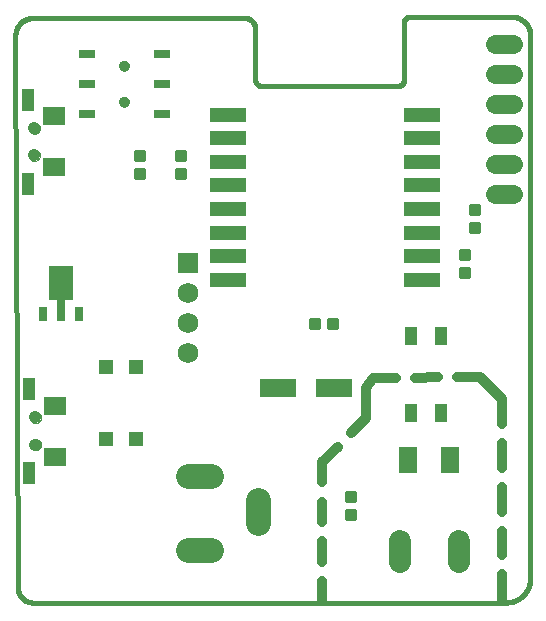
<source format=gts>
G75*
%MOIN*%
%OFA0B0*%
%FSLAX25Y25*%
%IPPOS*%
%LPD*%
%AMOC8*
5,1,8,0,0,1.08239X$1,22.5*
%
%ADD10C,0.03200*%
%ADD11C,0.01600*%
%ADD12R,0.12211X0.05124*%
%ADD13C,0.06400*%
%ADD14R,0.12211X0.05912*%
%ADD15R,0.03156X0.04731*%
%ADD16R,0.08274X0.11424*%
%ADD17R,0.02900X0.05400*%
%ADD18C,0.07450*%
%ADD19R,0.06306X0.08668*%
%ADD20R,0.05124X0.05124*%
%ADD21C,0.08274*%
%ADD22C,0.00975*%
%ADD23R,0.05400X0.02900*%
%ADD24C,0.00000*%
%ADD25C,0.03600*%
%ADD26R,0.03900X0.06101*%
%ADD27R,0.07400X0.05900*%
%ADD28R,0.04400X0.07400*%
%ADD29C,0.04140*%
%ADD30R,0.06900X0.06900*%
%ADD31C,0.06900*%
D10*
X0115973Y0044645D02*
X0115973Y0051459D01*
X0115973Y0057859D02*
X0115973Y0064673D01*
X0115973Y0071073D02*
X0115973Y0077887D01*
X0115973Y0084287D02*
X0115973Y0091102D01*
X0120994Y0096122D01*
X0125519Y0100648D02*
X0130540Y0105669D01*
X0130540Y0115905D01*
X0132902Y0119054D01*
X0140447Y0119138D01*
X0146847Y0119209D02*
X0154391Y0119293D01*
X0160791Y0119364D02*
X0168335Y0119448D01*
X0175816Y0111968D01*
X0175816Y0103781D01*
X0175816Y0097381D02*
X0175816Y0089194D01*
X0175816Y0082794D02*
X0175816Y0074606D01*
X0175816Y0068206D02*
X0175816Y0060019D01*
X0175816Y0053619D02*
X0175816Y0045432D01*
D11*
X0176997Y0044251D02*
X0019517Y0044251D01*
X0019376Y0044253D01*
X0019235Y0044259D01*
X0019094Y0044268D01*
X0018954Y0044282D01*
X0018814Y0044300D01*
X0018675Y0044321D01*
X0018536Y0044346D01*
X0018398Y0044375D01*
X0018261Y0044408D01*
X0018124Y0044444D01*
X0017989Y0044484D01*
X0017855Y0044528D01*
X0017722Y0044576D01*
X0017591Y0044627D01*
X0017461Y0044682D01*
X0017333Y0044741D01*
X0017206Y0044802D01*
X0017081Y0044868D01*
X0016958Y0044937D01*
X0016837Y0045009D01*
X0016718Y0045084D01*
X0016601Y0045163D01*
X0016486Y0045245D01*
X0016373Y0045330D01*
X0016263Y0045418D01*
X0016156Y0045509D01*
X0016051Y0045604D01*
X0015948Y0045701D01*
X0015849Y0045800D01*
X0015752Y0045903D01*
X0015657Y0046008D01*
X0015566Y0046115D01*
X0015478Y0046225D01*
X0015393Y0046338D01*
X0015311Y0046453D01*
X0015232Y0046570D01*
X0015157Y0046689D01*
X0015085Y0046810D01*
X0015016Y0046933D01*
X0014950Y0047058D01*
X0014889Y0047185D01*
X0014830Y0047313D01*
X0014775Y0047443D01*
X0014724Y0047574D01*
X0014676Y0047707D01*
X0014632Y0047841D01*
X0014592Y0047976D01*
X0014556Y0048113D01*
X0014523Y0048250D01*
X0014494Y0048388D01*
X0014469Y0048527D01*
X0014448Y0048666D01*
X0014430Y0048806D01*
X0014416Y0048946D01*
X0014407Y0049087D01*
X0014401Y0049228D01*
X0014399Y0049369D01*
X0014398Y0049369D02*
X0013611Y0233228D01*
X0013613Y0233380D01*
X0013619Y0233532D01*
X0013629Y0233684D01*
X0013642Y0233835D01*
X0013660Y0233986D01*
X0013681Y0234137D01*
X0013707Y0234287D01*
X0013736Y0234436D01*
X0013769Y0234585D01*
X0013806Y0234732D01*
X0013846Y0234879D01*
X0013891Y0235024D01*
X0013939Y0235168D01*
X0013991Y0235311D01*
X0014046Y0235453D01*
X0014105Y0235593D01*
X0014168Y0235732D01*
X0014234Y0235869D01*
X0014304Y0236004D01*
X0014377Y0236137D01*
X0014454Y0236268D01*
X0014534Y0236398D01*
X0014617Y0236525D01*
X0014703Y0236650D01*
X0014793Y0236773D01*
X0014886Y0236893D01*
X0014982Y0237011D01*
X0015081Y0237127D01*
X0015183Y0237240D01*
X0015287Y0237350D01*
X0015395Y0237458D01*
X0015505Y0237562D01*
X0015618Y0237664D01*
X0015734Y0237763D01*
X0015852Y0237859D01*
X0015972Y0237952D01*
X0016095Y0238042D01*
X0016220Y0238128D01*
X0016347Y0238211D01*
X0016477Y0238291D01*
X0016608Y0238368D01*
X0016741Y0238441D01*
X0016876Y0238511D01*
X0017013Y0238577D01*
X0017152Y0238640D01*
X0017292Y0238699D01*
X0017434Y0238754D01*
X0017577Y0238806D01*
X0017721Y0238854D01*
X0017866Y0238899D01*
X0018013Y0238939D01*
X0018160Y0238976D01*
X0018309Y0239009D01*
X0018458Y0239038D01*
X0018608Y0239064D01*
X0018759Y0239085D01*
X0018910Y0239103D01*
X0019061Y0239116D01*
X0019213Y0239126D01*
X0019365Y0239132D01*
X0019517Y0239134D01*
X0019517Y0239133D02*
X0089989Y0239133D01*
X0090105Y0239131D01*
X0090221Y0239125D01*
X0090336Y0239116D01*
X0090451Y0239103D01*
X0090566Y0239086D01*
X0090680Y0239065D01*
X0090794Y0239040D01*
X0090906Y0239012D01*
X0091017Y0238980D01*
X0091128Y0238945D01*
X0091237Y0238906D01*
X0091345Y0238863D01*
X0091451Y0238817D01*
X0091556Y0238768D01*
X0091659Y0238715D01*
X0091761Y0238658D01*
X0091860Y0238599D01*
X0091957Y0238536D01*
X0092053Y0238470D01*
X0092146Y0238401D01*
X0092237Y0238329D01*
X0092325Y0238254D01*
X0092411Y0238176D01*
X0092494Y0238095D01*
X0092575Y0238012D01*
X0092653Y0237926D01*
X0092728Y0237838D01*
X0092800Y0237747D01*
X0092869Y0237654D01*
X0092935Y0237558D01*
X0092998Y0237461D01*
X0093057Y0237362D01*
X0093114Y0237260D01*
X0093167Y0237157D01*
X0093216Y0237052D01*
X0093262Y0236946D01*
X0093305Y0236838D01*
X0093344Y0236729D01*
X0093379Y0236618D01*
X0093411Y0236507D01*
X0093439Y0236395D01*
X0093464Y0236281D01*
X0093485Y0236167D01*
X0093502Y0236052D01*
X0093515Y0235937D01*
X0093524Y0235822D01*
X0093530Y0235706D01*
X0093532Y0235590D01*
X0093532Y0218661D01*
X0093534Y0218566D01*
X0093540Y0218471D01*
X0093549Y0218376D01*
X0093563Y0218282D01*
X0093580Y0218189D01*
X0093601Y0218096D01*
X0093625Y0218004D01*
X0093654Y0217913D01*
X0093685Y0217823D01*
X0093721Y0217735D01*
X0093760Y0217648D01*
X0093803Y0217563D01*
X0093848Y0217480D01*
X0093898Y0217399D01*
X0093950Y0217319D01*
X0094006Y0217242D01*
X0094064Y0217167D01*
X0094126Y0217095D01*
X0094191Y0217025D01*
X0094258Y0216958D01*
X0094328Y0216893D01*
X0094400Y0216831D01*
X0094475Y0216773D01*
X0094552Y0216717D01*
X0094632Y0216665D01*
X0094713Y0216615D01*
X0094796Y0216570D01*
X0094881Y0216527D01*
X0094968Y0216488D01*
X0095056Y0216452D01*
X0095146Y0216421D01*
X0095237Y0216392D01*
X0095329Y0216368D01*
X0095422Y0216347D01*
X0095515Y0216330D01*
X0095609Y0216316D01*
X0095704Y0216307D01*
X0095799Y0216301D01*
X0095894Y0216299D01*
X0095894Y0216298D02*
X0140776Y0216298D01*
X0140776Y0216299D02*
X0140871Y0216301D01*
X0140966Y0216307D01*
X0141061Y0216316D01*
X0141155Y0216330D01*
X0141248Y0216347D01*
X0141341Y0216368D01*
X0141433Y0216392D01*
X0141524Y0216421D01*
X0141614Y0216452D01*
X0141702Y0216488D01*
X0141789Y0216527D01*
X0141874Y0216570D01*
X0141957Y0216615D01*
X0142038Y0216665D01*
X0142118Y0216717D01*
X0142195Y0216773D01*
X0142270Y0216831D01*
X0142342Y0216893D01*
X0142412Y0216958D01*
X0142479Y0217025D01*
X0142544Y0217095D01*
X0142606Y0217167D01*
X0142664Y0217242D01*
X0142720Y0217319D01*
X0142772Y0217399D01*
X0142822Y0217480D01*
X0142867Y0217563D01*
X0142910Y0217648D01*
X0142949Y0217735D01*
X0142985Y0217823D01*
X0143016Y0217913D01*
X0143045Y0218004D01*
X0143069Y0218096D01*
X0143090Y0218189D01*
X0143107Y0218282D01*
X0143121Y0218376D01*
X0143130Y0218471D01*
X0143136Y0218566D01*
X0143138Y0218661D01*
X0143139Y0218661D02*
X0143139Y0237558D01*
X0143138Y0237558D02*
X0143140Y0237644D01*
X0143145Y0237730D01*
X0143155Y0237815D01*
X0143168Y0237900D01*
X0143185Y0237984D01*
X0143205Y0238068D01*
X0143229Y0238150D01*
X0143257Y0238231D01*
X0143288Y0238312D01*
X0143322Y0238390D01*
X0143360Y0238467D01*
X0143402Y0238543D01*
X0143446Y0238616D01*
X0143494Y0238687D01*
X0143545Y0238757D01*
X0143599Y0238824D01*
X0143655Y0238888D01*
X0143715Y0238950D01*
X0143777Y0239010D01*
X0143841Y0239066D01*
X0143908Y0239120D01*
X0143978Y0239171D01*
X0144049Y0239219D01*
X0144123Y0239263D01*
X0144198Y0239305D01*
X0144275Y0239343D01*
X0144353Y0239377D01*
X0144434Y0239408D01*
X0144515Y0239436D01*
X0144597Y0239460D01*
X0144681Y0239480D01*
X0144765Y0239497D01*
X0144850Y0239510D01*
X0144935Y0239520D01*
X0145021Y0239525D01*
X0145107Y0239527D01*
X0178965Y0239527D01*
X0179122Y0239525D01*
X0179279Y0239519D01*
X0179436Y0239509D01*
X0179592Y0239496D01*
X0179748Y0239478D01*
X0179904Y0239457D01*
X0180059Y0239431D01*
X0180213Y0239402D01*
X0180367Y0239369D01*
X0180519Y0239332D01*
X0180671Y0239292D01*
X0180822Y0239247D01*
X0180971Y0239199D01*
X0181119Y0239147D01*
X0181266Y0239092D01*
X0181412Y0239032D01*
X0181556Y0238970D01*
X0181698Y0238903D01*
X0181839Y0238833D01*
X0181978Y0238760D01*
X0182115Y0238683D01*
X0182250Y0238603D01*
X0182382Y0238519D01*
X0182513Y0238432D01*
X0182642Y0238342D01*
X0182768Y0238249D01*
X0182892Y0238153D01*
X0183014Y0238053D01*
X0183133Y0237951D01*
X0183249Y0237845D01*
X0183363Y0237737D01*
X0183474Y0237626D01*
X0183582Y0237512D01*
X0183688Y0237396D01*
X0183790Y0237277D01*
X0183890Y0237155D01*
X0183986Y0237031D01*
X0184079Y0236905D01*
X0184169Y0236776D01*
X0184256Y0236645D01*
X0184340Y0236513D01*
X0184420Y0236378D01*
X0184497Y0236241D01*
X0184570Y0236102D01*
X0184640Y0235961D01*
X0184707Y0235819D01*
X0184769Y0235675D01*
X0184829Y0235529D01*
X0184884Y0235382D01*
X0184936Y0235234D01*
X0184984Y0235085D01*
X0185029Y0234934D01*
X0185069Y0234782D01*
X0185106Y0234630D01*
X0185139Y0234476D01*
X0185168Y0234322D01*
X0185194Y0234167D01*
X0185215Y0234011D01*
X0185233Y0233855D01*
X0185246Y0233699D01*
X0185256Y0233542D01*
X0185262Y0233385D01*
X0185264Y0233228D01*
X0185265Y0233228D02*
X0185265Y0052519D01*
X0185263Y0052319D01*
X0185255Y0052120D01*
X0185243Y0051920D01*
X0185226Y0051721D01*
X0185205Y0051522D01*
X0185178Y0051324D01*
X0185147Y0051127D01*
X0185111Y0050930D01*
X0185070Y0050735D01*
X0185025Y0050540D01*
X0184975Y0050347D01*
X0184920Y0050155D01*
X0184860Y0049964D01*
X0184796Y0049775D01*
X0184728Y0049587D01*
X0184655Y0049401D01*
X0184577Y0049217D01*
X0184495Y0049035D01*
X0184409Y0048855D01*
X0184318Y0048677D01*
X0184223Y0048501D01*
X0184124Y0048327D01*
X0184020Y0048156D01*
X0183913Y0047988D01*
X0183801Y0047822D01*
X0183686Y0047659D01*
X0183567Y0047499D01*
X0183443Y0047342D01*
X0183316Y0047187D01*
X0183186Y0047036D01*
X0183051Y0046888D01*
X0182914Y0046744D01*
X0182772Y0046602D01*
X0182628Y0046465D01*
X0182480Y0046330D01*
X0182329Y0046200D01*
X0182174Y0046073D01*
X0182017Y0045949D01*
X0181857Y0045830D01*
X0181694Y0045715D01*
X0181528Y0045603D01*
X0181360Y0045496D01*
X0181189Y0045392D01*
X0181015Y0045293D01*
X0180839Y0045198D01*
X0180661Y0045107D01*
X0180481Y0045021D01*
X0180299Y0044939D01*
X0180115Y0044861D01*
X0179929Y0044788D01*
X0179741Y0044720D01*
X0179552Y0044656D01*
X0179361Y0044596D01*
X0179169Y0044541D01*
X0178976Y0044491D01*
X0178781Y0044446D01*
X0178586Y0044405D01*
X0178389Y0044369D01*
X0178192Y0044338D01*
X0177994Y0044311D01*
X0177795Y0044290D01*
X0177596Y0044273D01*
X0177396Y0044261D01*
X0177197Y0044253D01*
X0176997Y0044251D01*
D12*
X0149139Y0151787D03*
X0149139Y0159661D03*
X0149139Y0167535D03*
X0149139Y0175409D03*
X0149139Y0183283D03*
X0149139Y0191157D03*
X0149139Y0199031D03*
X0149139Y0206905D03*
X0084572Y0206905D03*
X0084572Y0199031D03*
X0084572Y0191157D03*
X0084572Y0183283D03*
X0084572Y0175409D03*
X0084572Y0167535D03*
X0084572Y0159661D03*
X0084572Y0151787D03*
D13*
X0173541Y0180302D02*
X0179541Y0180302D01*
X0179541Y0190302D02*
X0173541Y0190302D01*
X0173541Y0200302D02*
X0179541Y0200302D01*
X0179541Y0210302D02*
X0173541Y0210302D01*
X0173541Y0220302D02*
X0179541Y0220302D01*
X0179541Y0230302D02*
X0173541Y0230302D01*
D14*
X0119910Y0115905D03*
X0101013Y0115905D03*
D15*
X0034788Y0140399D03*
X0022977Y0140399D03*
D16*
X0028883Y0150832D03*
D17*
X0028883Y0150970D03*
X0028883Y0149002D03*
X0028883Y0146639D03*
X0028883Y0143490D03*
X0028883Y0140734D03*
X0028489Y0153332D03*
D18*
X0141957Y0064823D02*
X0141957Y0057773D01*
X0161643Y0057773D02*
X0161643Y0064823D01*
D19*
X0158493Y0091889D03*
X0144320Y0091889D03*
D20*
X0053908Y0098756D03*
X0043672Y0098756D03*
X0043672Y0122772D03*
X0053908Y0122772D03*
D21*
X0071008Y0086458D02*
X0078882Y0086458D01*
X0094630Y0078584D02*
X0094630Y0070710D01*
X0078882Y0061655D02*
X0071008Y0061655D01*
D22*
X0126880Y0072153D02*
X0126880Y0075079D01*
X0126880Y0072153D02*
X0123954Y0072153D01*
X0123954Y0075079D01*
X0126880Y0075079D01*
X0126880Y0073127D02*
X0123954Y0073127D01*
X0123954Y0074101D02*
X0126880Y0074101D01*
X0126880Y0075075D02*
X0123954Y0075075D01*
X0126880Y0078153D02*
X0126880Y0081079D01*
X0126880Y0078153D02*
X0123954Y0078153D01*
X0123954Y0081079D01*
X0126880Y0081079D01*
X0126880Y0079127D02*
X0123954Y0079127D01*
X0123954Y0080101D02*
X0126880Y0080101D01*
X0126880Y0081075D02*
X0123954Y0081075D01*
X0120825Y0135783D02*
X0117899Y0135783D01*
X0117899Y0138709D01*
X0120825Y0138709D01*
X0120825Y0135783D01*
X0120825Y0136757D02*
X0117899Y0136757D01*
X0117899Y0137731D02*
X0120825Y0137731D01*
X0120825Y0138705D02*
X0117899Y0138705D01*
X0114825Y0135783D02*
X0111899Y0135783D01*
X0111899Y0138709D01*
X0114825Y0138709D01*
X0114825Y0135783D01*
X0114825Y0136757D02*
X0111899Y0136757D01*
X0111899Y0137731D02*
X0114825Y0137731D01*
X0114825Y0138705D02*
X0111899Y0138705D01*
X0067261Y0185932D02*
X0067261Y0188858D01*
X0070187Y0188858D01*
X0070187Y0185932D01*
X0067261Y0185932D01*
X0067261Y0186906D02*
X0070187Y0186906D01*
X0070187Y0187880D02*
X0067261Y0187880D01*
X0067261Y0188854D02*
X0070187Y0188854D01*
X0067261Y0191932D02*
X0067261Y0194858D01*
X0070187Y0194858D01*
X0070187Y0191932D01*
X0067261Y0191932D01*
X0067261Y0192906D02*
X0070187Y0192906D01*
X0070187Y0193880D02*
X0067261Y0193880D01*
X0067261Y0194854D02*
X0070187Y0194854D01*
X0053482Y0194858D02*
X0053482Y0191932D01*
X0053482Y0194858D02*
X0056408Y0194858D01*
X0056408Y0191932D01*
X0053482Y0191932D01*
X0053482Y0192906D02*
X0056408Y0192906D01*
X0056408Y0193880D02*
X0053482Y0193880D01*
X0053482Y0194854D02*
X0056408Y0194854D01*
X0053482Y0188858D02*
X0053482Y0185932D01*
X0053482Y0188858D02*
X0056408Y0188858D01*
X0056408Y0185932D01*
X0053482Y0185932D01*
X0053482Y0186906D02*
X0056408Y0186906D01*
X0056408Y0187880D02*
X0053482Y0187880D01*
X0053482Y0188854D02*
X0056408Y0188854D01*
X0164676Y0161787D02*
X0164676Y0158861D01*
X0161750Y0158861D01*
X0161750Y0161787D01*
X0164676Y0161787D01*
X0164676Y0159835D02*
X0161750Y0159835D01*
X0161750Y0160809D02*
X0164676Y0160809D01*
X0164676Y0161783D02*
X0161750Y0161783D01*
X0164676Y0155787D02*
X0164676Y0152861D01*
X0161750Y0152861D01*
X0161750Y0155787D01*
X0164676Y0155787D01*
X0164676Y0153835D02*
X0161750Y0153835D01*
X0161750Y0154809D02*
X0164676Y0154809D01*
X0164676Y0155783D02*
X0161750Y0155783D01*
X0165293Y0167822D02*
X0165293Y0170748D01*
X0168219Y0170748D01*
X0168219Y0167822D01*
X0165293Y0167822D01*
X0165293Y0168796D02*
X0168219Y0168796D01*
X0168219Y0169770D02*
X0165293Y0169770D01*
X0165293Y0170744D02*
X0168219Y0170744D01*
X0165293Y0173822D02*
X0165293Y0176748D01*
X0168219Y0176748D01*
X0168219Y0173822D01*
X0165293Y0173822D01*
X0165293Y0174796D02*
X0168219Y0174796D01*
X0168219Y0175770D02*
X0165293Y0175770D01*
X0165293Y0176744D02*
X0168219Y0176744D01*
D23*
X0062327Y0207167D03*
X0062327Y0217167D03*
X0062327Y0227167D03*
X0037327Y0227167D03*
X0037327Y0217167D03*
X0037327Y0207167D03*
D24*
X0048227Y0211167D02*
X0048229Y0211247D01*
X0048235Y0211326D01*
X0048245Y0211405D01*
X0048259Y0211484D01*
X0048276Y0211562D01*
X0048298Y0211639D01*
X0048323Y0211714D01*
X0048353Y0211788D01*
X0048385Y0211861D01*
X0048422Y0211932D01*
X0048462Y0212001D01*
X0048505Y0212068D01*
X0048552Y0212133D01*
X0048601Y0212195D01*
X0048654Y0212255D01*
X0048710Y0212312D01*
X0048768Y0212367D01*
X0048829Y0212418D01*
X0048893Y0212466D01*
X0048959Y0212511D01*
X0049027Y0212553D01*
X0049097Y0212591D01*
X0049169Y0212625D01*
X0049242Y0212656D01*
X0049317Y0212684D01*
X0049394Y0212707D01*
X0049471Y0212727D01*
X0049549Y0212743D01*
X0049628Y0212755D01*
X0049707Y0212763D01*
X0049787Y0212767D01*
X0049867Y0212767D01*
X0049947Y0212763D01*
X0050026Y0212755D01*
X0050105Y0212743D01*
X0050183Y0212727D01*
X0050260Y0212707D01*
X0050337Y0212684D01*
X0050412Y0212656D01*
X0050485Y0212625D01*
X0050557Y0212591D01*
X0050627Y0212553D01*
X0050695Y0212511D01*
X0050761Y0212466D01*
X0050825Y0212418D01*
X0050886Y0212367D01*
X0050944Y0212312D01*
X0051000Y0212255D01*
X0051053Y0212195D01*
X0051102Y0212133D01*
X0051149Y0212068D01*
X0051192Y0212001D01*
X0051232Y0211932D01*
X0051269Y0211861D01*
X0051301Y0211788D01*
X0051331Y0211714D01*
X0051356Y0211639D01*
X0051378Y0211562D01*
X0051395Y0211484D01*
X0051409Y0211405D01*
X0051419Y0211326D01*
X0051425Y0211247D01*
X0051427Y0211167D01*
X0051425Y0211087D01*
X0051419Y0211008D01*
X0051409Y0210929D01*
X0051395Y0210850D01*
X0051378Y0210772D01*
X0051356Y0210695D01*
X0051331Y0210620D01*
X0051301Y0210546D01*
X0051269Y0210473D01*
X0051232Y0210402D01*
X0051192Y0210333D01*
X0051149Y0210266D01*
X0051102Y0210201D01*
X0051053Y0210139D01*
X0051000Y0210079D01*
X0050944Y0210022D01*
X0050886Y0209967D01*
X0050825Y0209916D01*
X0050761Y0209868D01*
X0050695Y0209823D01*
X0050627Y0209781D01*
X0050557Y0209743D01*
X0050485Y0209709D01*
X0050412Y0209678D01*
X0050337Y0209650D01*
X0050260Y0209627D01*
X0050183Y0209607D01*
X0050105Y0209591D01*
X0050026Y0209579D01*
X0049947Y0209571D01*
X0049867Y0209567D01*
X0049787Y0209567D01*
X0049707Y0209571D01*
X0049628Y0209579D01*
X0049549Y0209591D01*
X0049471Y0209607D01*
X0049394Y0209627D01*
X0049317Y0209650D01*
X0049242Y0209678D01*
X0049169Y0209709D01*
X0049097Y0209743D01*
X0049027Y0209781D01*
X0048959Y0209823D01*
X0048893Y0209868D01*
X0048829Y0209916D01*
X0048768Y0209967D01*
X0048710Y0210022D01*
X0048654Y0210079D01*
X0048601Y0210139D01*
X0048552Y0210201D01*
X0048505Y0210266D01*
X0048462Y0210333D01*
X0048422Y0210402D01*
X0048385Y0210473D01*
X0048353Y0210546D01*
X0048323Y0210620D01*
X0048298Y0210695D01*
X0048276Y0210772D01*
X0048259Y0210850D01*
X0048245Y0210929D01*
X0048235Y0211008D01*
X0048229Y0211087D01*
X0048227Y0211167D01*
X0048227Y0223167D02*
X0048229Y0223247D01*
X0048235Y0223326D01*
X0048245Y0223405D01*
X0048259Y0223484D01*
X0048276Y0223562D01*
X0048298Y0223639D01*
X0048323Y0223714D01*
X0048353Y0223788D01*
X0048385Y0223861D01*
X0048422Y0223932D01*
X0048462Y0224001D01*
X0048505Y0224068D01*
X0048552Y0224133D01*
X0048601Y0224195D01*
X0048654Y0224255D01*
X0048710Y0224312D01*
X0048768Y0224367D01*
X0048829Y0224418D01*
X0048893Y0224466D01*
X0048959Y0224511D01*
X0049027Y0224553D01*
X0049097Y0224591D01*
X0049169Y0224625D01*
X0049242Y0224656D01*
X0049317Y0224684D01*
X0049394Y0224707D01*
X0049471Y0224727D01*
X0049549Y0224743D01*
X0049628Y0224755D01*
X0049707Y0224763D01*
X0049787Y0224767D01*
X0049867Y0224767D01*
X0049947Y0224763D01*
X0050026Y0224755D01*
X0050105Y0224743D01*
X0050183Y0224727D01*
X0050260Y0224707D01*
X0050337Y0224684D01*
X0050412Y0224656D01*
X0050485Y0224625D01*
X0050557Y0224591D01*
X0050627Y0224553D01*
X0050695Y0224511D01*
X0050761Y0224466D01*
X0050825Y0224418D01*
X0050886Y0224367D01*
X0050944Y0224312D01*
X0051000Y0224255D01*
X0051053Y0224195D01*
X0051102Y0224133D01*
X0051149Y0224068D01*
X0051192Y0224001D01*
X0051232Y0223932D01*
X0051269Y0223861D01*
X0051301Y0223788D01*
X0051331Y0223714D01*
X0051356Y0223639D01*
X0051378Y0223562D01*
X0051395Y0223484D01*
X0051409Y0223405D01*
X0051419Y0223326D01*
X0051425Y0223247D01*
X0051427Y0223167D01*
X0051425Y0223087D01*
X0051419Y0223008D01*
X0051409Y0222929D01*
X0051395Y0222850D01*
X0051378Y0222772D01*
X0051356Y0222695D01*
X0051331Y0222620D01*
X0051301Y0222546D01*
X0051269Y0222473D01*
X0051232Y0222402D01*
X0051192Y0222333D01*
X0051149Y0222266D01*
X0051102Y0222201D01*
X0051053Y0222139D01*
X0051000Y0222079D01*
X0050944Y0222022D01*
X0050886Y0221967D01*
X0050825Y0221916D01*
X0050761Y0221868D01*
X0050695Y0221823D01*
X0050627Y0221781D01*
X0050557Y0221743D01*
X0050485Y0221709D01*
X0050412Y0221678D01*
X0050337Y0221650D01*
X0050260Y0221627D01*
X0050183Y0221607D01*
X0050105Y0221591D01*
X0050026Y0221579D01*
X0049947Y0221571D01*
X0049867Y0221567D01*
X0049787Y0221567D01*
X0049707Y0221571D01*
X0049628Y0221579D01*
X0049549Y0221591D01*
X0049471Y0221607D01*
X0049394Y0221627D01*
X0049317Y0221650D01*
X0049242Y0221678D01*
X0049169Y0221709D01*
X0049097Y0221743D01*
X0049027Y0221781D01*
X0048959Y0221823D01*
X0048893Y0221868D01*
X0048829Y0221916D01*
X0048768Y0221967D01*
X0048710Y0222022D01*
X0048654Y0222079D01*
X0048601Y0222139D01*
X0048552Y0222201D01*
X0048505Y0222266D01*
X0048462Y0222333D01*
X0048422Y0222402D01*
X0048385Y0222473D01*
X0048353Y0222546D01*
X0048323Y0222620D01*
X0048298Y0222695D01*
X0048276Y0222772D01*
X0048259Y0222850D01*
X0048245Y0222929D01*
X0048235Y0223008D01*
X0048229Y0223087D01*
X0048227Y0223167D01*
X0018036Y0202403D02*
X0018038Y0202489D01*
X0018044Y0202576D01*
X0018054Y0202661D01*
X0018068Y0202747D01*
X0018086Y0202831D01*
X0018107Y0202915D01*
X0018133Y0202997D01*
X0018162Y0203079D01*
X0018195Y0203158D01*
X0018232Y0203237D01*
X0018272Y0203313D01*
X0018316Y0203387D01*
X0018363Y0203460D01*
X0018414Y0203530D01*
X0018467Y0203598D01*
X0018524Y0203663D01*
X0018584Y0203725D01*
X0018646Y0203785D01*
X0018711Y0203842D01*
X0018779Y0203895D01*
X0018849Y0203946D01*
X0018922Y0203993D01*
X0018996Y0204037D01*
X0019072Y0204077D01*
X0019151Y0204114D01*
X0019230Y0204147D01*
X0019312Y0204176D01*
X0019394Y0204202D01*
X0019478Y0204223D01*
X0019562Y0204241D01*
X0019648Y0204255D01*
X0019733Y0204265D01*
X0019820Y0204271D01*
X0019906Y0204273D01*
X0019992Y0204271D01*
X0020079Y0204265D01*
X0020164Y0204255D01*
X0020250Y0204241D01*
X0020334Y0204223D01*
X0020418Y0204202D01*
X0020500Y0204176D01*
X0020582Y0204147D01*
X0020661Y0204114D01*
X0020740Y0204077D01*
X0020816Y0204037D01*
X0020890Y0203993D01*
X0020963Y0203946D01*
X0021033Y0203895D01*
X0021101Y0203842D01*
X0021166Y0203785D01*
X0021228Y0203725D01*
X0021288Y0203663D01*
X0021345Y0203598D01*
X0021398Y0203530D01*
X0021449Y0203460D01*
X0021496Y0203387D01*
X0021540Y0203313D01*
X0021580Y0203237D01*
X0021617Y0203158D01*
X0021650Y0203079D01*
X0021679Y0202997D01*
X0021705Y0202915D01*
X0021726Y0202831D01*
X0021744Y0202747D01*
X0021758Y0202661D01*
X0021768Y0202576D01*
X0021774Y0202489D01*
X0021776Y0202403D01*
X0021774Y0202317D01*
X0021768Y0202230D01*
X0021758Y0202145D01*
X0021744Y0202059D01*
X0021726Y0201975D01*
X0021705Y0201891D01*
X0021679Y0201809D01*
X0021650Y0201727D01*
X0021617Y0201648D01*
X0021580Y0201569D01*
X0021540Y0201493D01*
X0021496Y0201419D01*
X0021449Y0201346D01*
X0021398Y0201276D01*
X0021345Y0201208D01*
X0021288Y0201143D01*
X0021228Y0201081D01*
X0021166Y0201021D01*
X0021101Y0200964D01*
X0021033Y0200911D01*
X0020963Y0200860D01*
X0020890Y0200813D01*
X0020816Y0200769D01*
X0020740Y0200729D01*
X0020661Y0200692D01*
X0020582Y0200659D01*
X0020500Y0200630D01*
X0020418Y0200604D01*
X0020334Y0200583D01*
X0020250Y0200565D01*
X0020164Y0200551D01*
X0020079Y0200541D01*
X0019992Y0200535D01*
X0019906Y0200533D01*
X0019820Y0200535D01*
X0019733Y0200541D01*
X0019648Y0200551D01*
X0019562Y0200565D01*
X0019478Y0200583D01*
X0019394Y0200604D01*
X0019312Y0200630D01*
X0019230Y0200659D01*
X0019151Y0200692D01*
X0019072Y0200729D01*
X0018996Y0200769D01*
X0018922Y0200813D01*
X0018849Y0200860D01*
X0018779Y0200911D01*
X0018711Y0200964D01*
X0018646Y0201021D01*
X0018584Y0201081D01*
X0018524Y0201143D01*
X0018467Y0201208D01*
X0018414Y0201276D01*
X0018363Y0201346D01*
X0018316Y0201419D01*
X0018272Y0201493D01*
X0018232Y0201569D01*
X0018195Y0201648D01*
X0018162Y0201727D01*
X0018133Y0201809D01*
X0018107Y0201891D01*
X0018086Y0201975D01*
X0018068Y0202059D01*
X0018054Y0202145D01*
X0018044Y0202230D01*
X0018038Y0202317D01*
X0018036Y0202403D01*
X0018036Y0193348D02*
X0018038Y0193434D01*
X0018044Y0193521D01*
X0018054Y0193606D01*
X0018068Y0193692D01*
X0018086Y0193776D01*
X0018107Y0193860D01*
X0018133Y0193942D01*
X0018162Y0194024D01*
X0018195Y0194103D01*
X0018232Y0194182D01*
X0018272Y0194258D01*
X0018316Y0194332D01*
X0018363Y0194405D01*
X0018414Y0194475D01*
X0018467Y0194543D01*
X0018524Y0194608D01*
X0018584Y0194670D01*
X0018646Y0194730D01*
X0018711Y0194787D01*
X0018779Y0194840D01*
X0018849Y0194891D01*
X0018922Y0194938D01*
X0018996Y0194982D01*
X0019072Y0195022D01*
X0019151Y0195059D01*
X0019230Y0195092D01*
X0019312Y0195121D01*
X0019394Y0195147D01*
X0019478Y0195168D01*
X0019562Y0195186D01*
X0019648Y0195200D01*
X0019733Y0195210D01*
X0019820Y0195216D01*
X0019906Y0195218D01*
X0019992Y0195216D01*
X0020079Y0195210D01*
X0020164Y0195200D01*
X0020250Y0195186D01*
X0020334Y0195168D01*
X0020418Y0195147D01*
X0020500Y0195121D01*
X0020582Y0195092D01*
X0020661Y0195059D01*
X0020740Y0195022D01*
X0020816Y0194982D01*
X0020890Y0194938D01*
X0020963Y0194891D01*
X0021033Y0194840D01*
X0021101Y0194787D01*
X0021166Y0194730D01*
X0021228Y0194670D01*
X0021288Y0194608D01*
X0021345Y0194543D01*
X0021398Y0194475D01*
X0021449Y0194405D01*
X0021496Y0194332D01*
X0021540Y0194258D01*
X0021580Y0194182D01*
X0021617Y0194103D01*
X0021650Y0194024D01*
X0021679Y0193942D01*
X0021705Y0193860D01*
X0021726Y0193776D01*
X0021744Y0193692D01*
X0021758Y0193606D01*
X0021768Y0193521D01*
X0021774Y0193434D01*
X0021776Y0193348D01*
X0021774Y0193262D01*
X0021768Y0193175D01*
X0021758Y0193090D01*
X0021744Y0193004D01*
X0021726Y0192920D01*
X0021705Y0192836D01*
X0021679Y0192754D01*
X0021650Y0192672D01*
X0021617Y0192593D01*
X0021580Y0192514D01*
X0021540Y0192438D01*
X0021496Y0192364D01*
X0021449Y0192291D01*
X0021398Y0192221D01*
X0021345Y0192153D01*
X0021288Y0192088D01*
X0021228Y0192026D01*
X0021166Y0191966D01*
X0021101Y0191909D01*
X0021033Y0191856D01*
X0020963Y0191805D01*
X0020890Y0191758D01*
X0020816Y0191714D01*
X0020740Y0191674D01*
X0020661Y0191637D01*
X0020582Y0191604D01*
X0020500Y0191575D01*
X0020418Y0191549D01*
X0020334Y0191528D01*
X0020250Y0191510D01*
X0020164Y0191496D01*
X0020079Y0191486D01*
X0019992Y0191480D01*
X0019906Y0191478D01*
X0019820Y0191480D01*
X0019733Y0191486D01*
X0019648Y0191496D01*
X0019562Y0191510D01*
X0019478Y0191528D01*
X0019394Y0191549D01*
X0019312Y0191575D01*
X0019230Y0191604D01*
X0019151Y0191637D01*
X0019072Y0191674D01*
X0018996Y0191714D01*
X0018922Y0191758D01*
X0018849Y0191805D01*
X0018779Y0191856D01*
X0018711Y0191909D01*
X0018646Y0191966D01*
X0018584Y0192026D01*
X0018524Y0192088D01*
X0018467Y0192153D01*
X0018414Y0192221D01*
X0018363Y0192291D01*
X0018316Y0192364D01*
X0018272Y0192438D01*
X0018232Y0192514D01*
X0018195Y0192593D01*
X0018162Y0192672D01*
X0018133Y0192754D01*
X0018107Y0192836D01*
X0018086Y0192920D01*
X0018068Y0193004D01*
X0018054Y0193090D01*
X0018044Y0193175D01*
X0018038Y0193262D01*
X0018036Y0193348D01*
X0018429Y0105946D02*
X0018431Y0106032D01*
X0018437Y0106119D01*
X0018447Y0106204D01*
X0018461Y0106290D01*
X0018479Y0106374D01*
X0018500Y0106458D01*
X0018526Y0106540D01*
X0018555Y0106622D01*
X0018588Y0106701D01*
X0018625Y0106780D01*
X0018665Y0106856D01*
X0018709Y0106930D01*
X0018756Y0107003D01*
X0018807Y0107073D01*
X0018860Y0107141D01*
X0018917Y0107206D01*
X0018977Y0107268D01*
X0019039Y0107328D01*
X0019104Y0107385D01*
X0019172Y0107438D01*
X0019242Y0107489D01*
X0019315Y0107536D01*
X0019389Y0107580D01*
X0019465Y0107620D01*
X0019544Y0107657D01*
X0019623Y0107690D01*
X0019705Y0107719D01*
X0019787Y0107745D01*
X0019871Y0107766D01*
X0019955Y0107784D01*
X0020041Y0107798D01*
X0020126Y0107808D01*
X0020213Y0107814D01*
X0020299Y0107816D01*
X0020385Y0107814D01*
X0020472Y0107808D01*
X0020557Y0107798D01*
X0020643Y0107784D01*
X0020727Y0107766D01*
X0020811Y0107745D01*
X0020893Y0107719D01*
X0020975Y0107690D01*
X0021054Y0107657D01*
X0021133Y0107620D01*
X0021209Y0107580D01*
X0021283Y0107536D01*
X0021356Y0107489D01*
X0021426Y0107438D01*
X0021494Y0107385D01*
X0021559Y0107328D01*
X0021621Y0107268D01*
X0021681Y0107206D01*
X0021738Y0107141D01*
X0021791Y0107073D01*
X0021842Y0107003D01*
X0021889Y0106930D01*
X0021933Y0106856D01*
X0021973Y0106780D01*
X0022010Y0106701D01*
X0022043Y0106622D01*
X0022072Y0106540D01*
X0022098Y0106458D01*
X0022119Y0106374D01*
X0022137Y0106290D01*
X0022151Y0106204D01*
X0022161Y0106119D01*
X0022167Y0106032D01*
X0022169Y0105946D01*
X0022167Y0105860D01*
X0022161Y0105773D01*
X0022151Y0105688D01*
X0022137Y0105602D01*
X0022119Y0105518D01*
X0022098Y0105434D01*
X0022072Y0105352D01*
X0022043Y0105270D01*
X0022010Y0105191D01*
X0021973Y0105112D01*
X0021933Y0105036D01*
X0021889Y0104962D01*
X0021842Y0104889D01*
X0021791Y0104819D01*
X0021738Y0104751D01*
X0021681Y0104686D01*
X0021621Y0104624D01*
X0021559Y0104564D01*
X0021494Y0104507D01*
X0021426Y0104454D01*
X0021356Y0104403D01*
X0021283Y0104356D01*
X0021209Y0104312D01*
X0021133Y0104272D01*
X0021054Y0104235D01*
X0020975Y0104202D01*
X0020893Y0104173D01*
X0020811Y0104147D01*
X0020727Y0104126D01*
X0020643Y0104108D01*
X0020557Y0104094D01*
X0020472Y0104084D01*
X0020385Y0104078D01*
X0020299Y0104076D01*
X0020213Y0104078D01*
X0020126Y0104084D01*
X0020041Y0104094D01*
X0019955Y0104108D01*
X0019871Y0104126D01*
X0019787Y0104147D01*
X0019705Y0104173D01*
X0019623Y0104202D01*
X0019544Y0104235D01*
X0019465Y0104272D01*
X0019389Y0104312D01*
X0019315Y0104356D01*
X0019242Y0104403D01*
X0019172Y0104454D01*
X0019104Y0104507D01*
X0019039Y0104564D01*
X0018977Y0104624D01*
X0018917Y0104686D01*
X0018860Y0104751D01*
X0018807Y0104819D01*
X0018756Y0104889D01*
X0018709Y0104962D01*
X0018665Y0105036D01*
X0018625Y0105112D01*
X0018588Y0105191D01*
X0018555Y0105270D01*
X0018526Y0105352D01*
X0018500Y0105434D01*
X0018479Y0105518D01*
X0018461Y0105602D01*
X0018447Y0105688D01*
X0018437Y0105773D01*
X0018431Y0105860D01*
X0018429Y0105946D01*
X0018429Y0096891D02*
X0018431Y0096977D01*
X0018437Y0097064D01*
X0018447Y0097149D01*
X0018461Y0097235D01*
X0018479Y0097319D01*
X0018500Y0097403D01*
X0018526Y0097485D01*
X0018555Y0097567D01*
X0018588Y0097646D01*
X0018625Y0097725D01*
X0018665Y0097801D01*
X0018709Y0097875D01*
X0018756Y0097948D01*
X0018807Y0098018D01*
X0018860Y0098086D01*
X0018917Y0098151D01*
X0018977Y0098213D01*
X0019039Y0098273D01*
X0019104Y0098330D01*
X0019172Y0098383D01*
X0019242Y0098434D01*
X0019315Y0098481D01*
X0019389Y0098525D01*
X0019465Y0098565D01*
X0019544Y0098602D01*
X0019623Y0098635D01*
X0019705Y0098664D01*
X0019787Y0098690D01*
X0019871Y0098711D01*
X0019955Y0098729D01*
X0020041Y0098743D01*
X0020126Y0098753D01*
X0020213Y0098759D01*
X0020299Y0098761D01*
X0020385Y0098759D01*
X0020472Y0098753D01*
X0020557Y0098743D01*
X0020643Y0098729D01*
X0020727Y0098711D01*
X0020811Y0098690D01*
X0020893Y0098664D01*
X0020975Y0098635D01*
X0021054Y0098602D01*
X0021133Y0098565D01*
X0021209Y0098525D01*
X0021283Y0098481D01*
X0021356Y0098434D01*
X0021426Y0098383D01*
X0021494Y0098330D01*
X0021559Y0098273D01*
X0021621Y0098213D01*
X0021681Y0098151D01*
X0021738Y0098086D01*
X0021791Y0098018D01*
X0021842Y0097948D01*
X0021889Y0097875D01*
X0021933Y0097801D01*
X0021973Y0097725D01*
X0022010Y0097646D01*
X0022043Y0097567D01*
X0022072Y0097485D01*
X0022098Y0097403D01*
X0022119Y0097319D01*
X0022137Y0097235D01*
X0022151Y0097149D01*
X0022161Y0097064D01*
X0022167Y0096977D01*
X0022169Y0096891D01*
X0022167Y0096805D01*
X0022161Y0096718D01*
X0022151Y0096633D01*
X0022137Y0096547D01*
X0022119Y0096463D01*
X0022098Y0096379D01*
X0022072Y0096297D01*
X0022043Y0096215D01*
X0022010Y0096136D01*
X0021973Y0096057D01*
X0021933Y0095981D01*
X0021889Y0095907D01*
X0021842Y0095834D01*
X0021791Y0095764D01*
X0021738Y0095696D01*
X0021681Y0095631D01*
X0021621Y0095569D01*
X0021559Y0095509D01*
X0021494Y0095452D01*
X0021426Y0095399D01*
X0021356Y0095348D01*
X0021283Y0095301D01*
X0021209Y0095257D01*
X0021133Y0095217D01*
X0021054Y0095180D01*
X0020975Y0095147D01*
X0020893Y0095118D01*
X0020811Y0095092D01*
X0020727Y0095071D01*
X0020643Y0095053D01*
X0020557Y0095039D01*
X0020472Y0095029D01*
X0020385Y0095023D01*
X0020299Y0095021D01*
X0020213Y0095023D01*
X0020126Y0095029D01*
X0020041Y0095039D01*
X0019955Y0095053D01*
X0019871Y0095071D01*
X0019787Y0095092D01*
X0019705Y0095118D01*
X0019623Y0095147D01*
X0019544Y0095180D01*
X0019465Y0095217D01*
X0019389Y0095257D01*
X0019315Y0095301D01*
X0019242Y0095348D01*
X0019172Y0095399D01*
X0019104Y0095452D01*
X0019039Y0095509D01*
X0018977Y0095569D01*
X0018917Y0095631D01*
X0018860Y0095696D01*
X0018807Y0095764D01*
X0018756Y0095834D01*
X0018709Y0095907D01*
X0018665Y0095981D01*
X0018625Y0096057D01*
X0018588Y0096136D01*
X0018555Y0096215D01*
X0018526Y0096297D01*
X0018500Y0096379D01*
X0018479Y0096463D01*
X0018461Y0096547D01*
X0018447Y0096633D01*
X0018437Y0096718D01*
X0018431Y0096805D01*
X0018429Y0096891D01*
D25*
X0049827Y0211167D03*
X0049827Y0223167D03*
D26*
X0145614Y0133112D03*
X0155614Y0133112D03*
X0155614Y0107521D03*
X0145614Y0107521D03*
D27*
X0026799Y0109919D03*
X0026799Y0092919D03*
X0026406Y0189376D03*
X0026406Y0206376D03*
D28*
X0017906Y0211876D03*
X0017906Y0183876D03*
X0018299Y0115419D03*
X0018299Y0087419D03*
D29*
X0020299Y0096891D03*
X0020299Y0105946D03*
X0019906Y0193348D03*
X0019906Y0202403D03*
D30*
X0071087Y0157364D03*
D31*
X0071087Y0147364D03*
X0071087Y0137364D03*
X0071087Y0127364D03*
M02*

</source>
